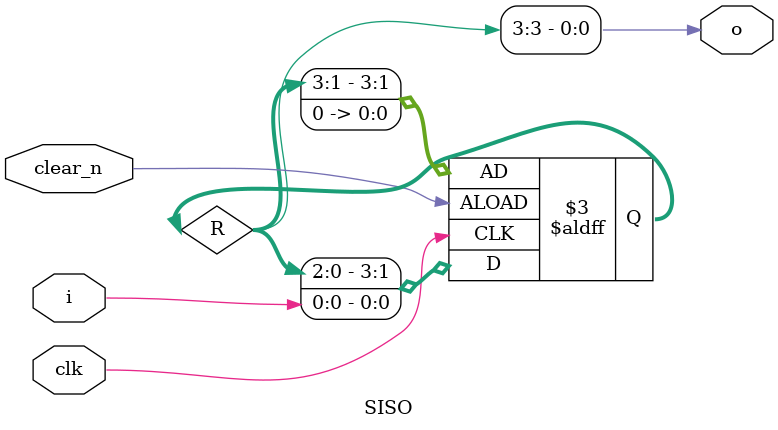
<source format=v>
module SISO #(parameter size=4) (
    o,
    clk,
    clear_n,
    i
    );
    
    output o;
    input clk;
    input clear_n;
    input i;
    
    reg [size-1:0]R;
    
    assign o = R[size-1];
    
    always@(posedge clk or negedge clear_n)
    begin
        if(!clear_n)
            R[0] <= 0;
            
        else
            R <= {R[size-2:0], i};
    end
endmodule

</source>
